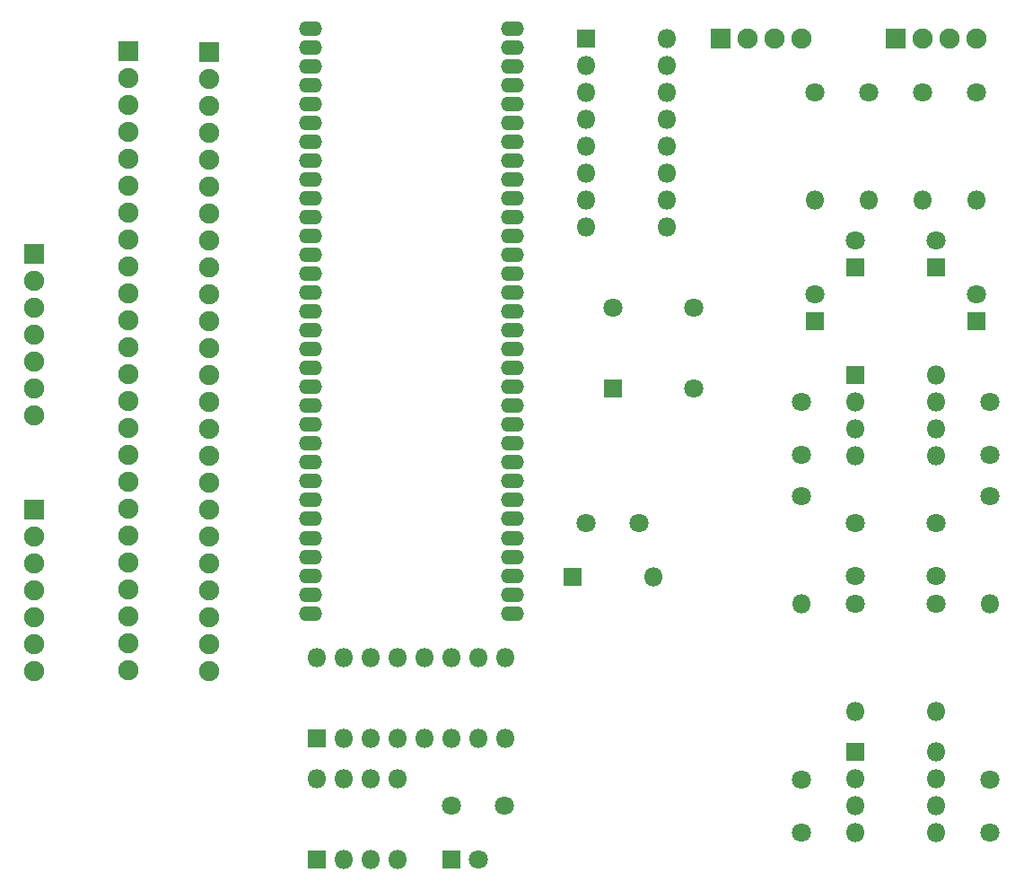
<source format=gbr>
%TF.GenerationSoftware,KiCad,Pcbnew,(5.1.6)-1*%
%TF.CreationDate,2020-10-04T22:05:10+02:00*%
%TF.ProjectId,Nes Sound Expansion,4e657320-536f-4756-9e64-20457870616e,rev?*%
%TF.SameCoordinates,Original*%
%TF.FileFunction,Soldermask,Bot*%
%TF.FilePolarity,Negative*%
%FSLAX46Y46*%
G04 Gerber Fmt 4.6, Leading zero omitted, Abs format (unit mm)*
G04 Created by KiCad (PCBNEW (5.1.6)-1) date 2020-10-04 22:05:10*
%MOMM*%
%LPD*%
G01*
G04 APERTURE LIST*
%ADD10C,1.800000*%
%ADD11R,1.800000X1.800000*%
%ADD12O,1.800000X1.800000*%
%ADD13O,2.200000X1.400000*%
%ADD14O,1.900000X1.900000*%
%ADD15R,1.900000X1.900000*%
G04 APERTURE END LIST*
D10*
%TO.C,C10*%
X179070000Y-66080000D03*
D11*
X179070000Y-68580000D03*
%TD*%
D10*
%TO.C,C13*%
X194310000Y-66080000D03*
D11*
X194310000Y-68580000D03*
%TD*%
D10*
%TO.C,C12*%
X190500000Y-61000000D03*
D11*
X190500000Y-63500000D03*
%TD*%
D10*
%TO.C,C11*%
X182880000Y-61000000D03*
D11*
X182880000Y-63500000D03*
%TD*%
D10*
%TO.C,C2*%
X147280000Y-119380000D03*
D11*
X144780000Y-119380000D03*
%TD*%
D12*
%TO.C,U4*%
X190500000Y-73660000D03*
X182880000Y-81280000D03*
X190500000Y-76200000D03*
X182880000Y-78740000D03*
X190500000Y-78740000D03*
X182880000Y-76200000D03*
X190500000Y-81280000D03*
D11*
X182880000Y-73660000D03*
%TD*%
D12*
%TO.C,U3*%
X190500000Y-109220000D03*
X182880000Y-116840000D03*
X190500000Y-111760000D03*
X182880000Y-114300000D03*
X190500000Y-114300000D03*
X182880000Y-111760000D03*
X190500000Y-116840000D03*
D11*
X182880000Y-109220000D03*
%TD*%
D12*
%TO.C,U2*%
X132080000Y-111760000D03*
X139700000Y-119380000D03*
X134620000Y-111760000D03*
X137160000Y-119380000D03*
X137160000Y-111760000D03*
X134620000Y-119380000D03*
X139700000Y-111760000D03*
D11*
X132080000Y-119380000D03*
%TD*%
D12*
%TO.C,R8*%
X194310000Y-57150000D03*
D10*
X194310000Y-46990000D03*
%TD*%
D12*
%TO.C,R7*%
X189230000Y-57150000D03*
D10*
X189230000Y-46990000D03*
%TD*%
D12*
%TO.C,R6*%
X184150000Y-57150000D03*
D10*
X184150000Y-46990000D03*
%TD*%
D12*
%TO.C,R5*%
X179070000Y-57150000D03*
D10*
X179070000Y-46990000D03*
%TD*%
D12*
%TO.C,R4*%
X195580000Y-95250000D03*
D10*
X195580000Y-85090000D03*
%TD*%
D12*
%TO.C,R3*%
X177800000Y-95250000D03*
D10*
X177800000Y-85090000D03*
%TD*%
D12*
%TO.C,R2*%
X190500000Y-105410000D03*
D10*
X190500000Y-95250000D03*
%TD*%
D12*
%TO.C,R1*%
X182880000Y-105410000D03*
D10*
X182880000Y-95250000D03*
%TD*%
%TO.C,C9*%
X195580000Y-81200000D03*
X195580000Y-76200000D03*
%TD*%
%TO.C,C8*%
X190500000Y-92630000D03*
X190500000Y-87630000D03*
%TD*%
%TO.C,C7*%
X177800000Y-81200000D03*
X177800000Y-76200000D03*
%TD*%
%TO.C,C6*%
X182880000Y-92630000D03*
X182880000Y-87630000D03*
%TD*%
%TO.C,C5*%
X149780000Y-114300000D03*
X144780000Y-114300000D03*
%TD*%
%TO.C,C4*%
X177800000Y-111840000D03*
X177800000Y-116840000D03*
%TD*%
%TO.C,C3*%
X195580000Y-111840000D03*
X195580000Y-116840000D03*
%TD*%
D12*
%TO.C,YM3016*%
X132080000Y-100330000D03*
X149860000Y-107950000D03*
X134620000Y-100330000D03*
X147320000Y-107950000D03*
X137160000Y-100330000D03*
X144780000Y-107950000D03*
X139700000Y-100330000D03*
X142240000Y-107950000D03*
X142240000Y-100330000D03*
X139700000Y-107950000D03*
X144780000Y-100330000D03*
X137160000Y-107950000D03*
X147320000Y-100330000D03*
X134620000Y-107950000D03*
X149860000Y-100330000D03*
D11*
X132080000Y-107950000D03*
%TD*%
D10*
%TO.C,C1*%
X162480000Y-87630000D03*
X157480000Y-87630000D03*
%TD*%
D12*
%TO.C,U1*%
X165100000Y-41910000D03*
X157480000Y-59690000D03*
X165100000Y-44450000D03*
X157480000Y-57150000D03*
X165100000Y-46990000D03*
X157480000Y-54610000D03*
X165100000Y-49530000D03*
X157480000Y-52070000D03*
X165100000Y-52070000D03*
X157480000Y-49530000D03*
X165100000Y-54610000D03*
X157480000Y-46990000D03*
X165100000Y-57150000D03*
X157480000Y-44450000D03*
X165100000Y-59690000D03*
D11*
X157480000Y-41910000D03*
%TD*%
D10*
%TO.C,X1*%
X167640000Y-74930000D03*
X167640000Y-67310000D03*
X160020000Y-67310000D03*
D11*
X160020000Y-74930000D03*
%TD*%
D13*
%TO.C,YM2608*%
X131445000Y-96170000D03*
X150495000Y-96170000D03*
X131445000Y-94390000D03*
X150495000Y-94390000D03*
X131445000Y-92610000D03*
X150495000Y-92610000D03*
X131445000Y-90830000D03*
X150495000Y-90830000D03*
X131445000Y-89050000D03*
X150495000Y-89050000D03*
X131445000Y-87270000D03*
X150495000Y-87270000D03*
X131445000Y-85490000D03*
X150495000Y-85490000D03*
X131445000Y-83710000D03*
X150495000Y-83710000D03*
X131445000Y-81930000D03*
X150495000Y-81930000D03*
X131445000Y-80150000D03*
X150495000Y-80150000D03*
X131445000Y-78370000D03*
X150495000Y-78370000D03*
X131445000Y-76590000D03*
X150495000Y-76590000D03*
X131445000Y-74810000D03*
X150495000Y-74810000D03*
X131445000Y-73030000D03*
X150495000Y-73030000D03*
X131445000Y-71250000D03*
X150495000Y-71250000D03*
X131445000Y-69470000D03*
X150495000Y-69470000D03*
X131445000Y-67690000D03*
X150495000Y-67690000D03*
X131445000Y-65910000D03*
X150495000Y-65910000D03*
X131445000Y-64130000D03*
X150495000Y-64130000D03*
X131445000Y-62350000D03*
X150495000Y-62350000D03*
X131445000Y-60570000D03*
X150495000Y-60570000D03*
X131445000Y-58790000D03*
X150495000Y-58790000D03*
X131445000Y-57010000D03*
X150495000Y-57010000D03*
X131445000Y-55230000D03*
X150495000Y-55230000D03*
X131445000Y-53450000D03*
X150495000Y-53450000D03*
X131445000Y-51670000D03*
X150495000Y-51670000D03*
X131445000Y-49890000D03*
X150495000Y-49890000D03*
X131445000Y-48110000D03*
X150495000Y-48110000D03*
X131445000Y-46330000D03*
X150495000Y-46330000D03*
X131445000Y-44550000D03*
X150495000Y-44550000D03*
X131445000Y-42770000D03*
X150495000Y-42770000D03*
X131445000Y-40990000D03*
X150495000Y-40990000D03*
%TD*%
D14*
%TO.C,J6*%
X194310000Y-41910000D03*
X191770000Y-41910000D03*
X189230000Y-41910000D03*
D15*
X186690000Y-41910000D03*
%TD*%
D14*
%TO.C,J5*%
X177800000Y-41910000D03*
X175260000Y-41910000D03*
X172720000Y-41910000D03*
D15*
X170180000Y-41910000D03*
%TD*%
D14*
%TO.C,J4*%
X121920000Y-101600000D03*
X121920000Y-99060000D03*
X121920000Y-96520000D03*
X121920000Y-93980000D03*
X121920000Y-91440000D03*
X121920000Y-88900000D03*
X121920000Y-86360000D03*
X121920000Y-83820000D03*
X121920000Y-81280000D03*
X121920000Y-78740000D03*
X121920000Y-76200000D03*
X121920000Y-73660000D03*
X121920000Y-71120000D03*
X121920000Y-68580000D03*
X121920000Y-66040000D03*
X121920000Y-63500000D03*
X121920000Y-60960000D03*
X121920000Y-58420000D03*
X121920000Y-55880000D03*
X121920000Y-53340000D03*
X121920000Y-50800000D03*
X121920000Y-48260000D03*
X121920000Y-45720000D03*
D15*
X121920000Y-43180000D03*
%TD*%
D14*
%TO.C,J3*%
X114230000Y-101560000D03*
X114230000Y-99020000D03*
X114230000Y-96480000D03*
X114230000Y-93940000D03*
X114230000Y-91400000D03*
X114230000Y-88860000D03*
X114230000Y-86320000D03*
X114230000Y-83780000D03*
X114230000Y-81240000D03*
X114230000Y-78700000D03*
X114230000Y-76160000D03*
X114230000Y-73620000D03*
X114230000Y-71080000D03*
X114230000Y-68540000D03*
X114230000Y-66000000D03*
X114230000Y-63460000D03*
X114230000Y-60920000D03*
X114230000Y-58380000D03*
X114230000Y-55840000D03*
X114230000Y-53300000D03*
X114230000Y-50760000D03*
X114230000Y-48220000D03*
X114230000Y-45680000D03*
D15*
X114230000Y-43140000D03*
%TD*%
D14*
%TO.C,J2*%
X105410000Y-101600000D03*
X105410000Y-99060000D03*
X105410000Y-96520000D03*
X105410000Y-93980000D03*
X105410000Y-91440000D03*
X105410000Y-88900000D03*
D15*
X105410000Y-86360000D03*
%TD*%
D14*
%TO.C,J1*%
X105410000Y-77470000D03*
X105410000Y-74930000D03*
X105410000Y-72390000D03*
X105410000Y-69850000D03*
X105410000Y-67310000D03*
X105410000Y-64770000D03*
D15*
X105410000Y-62230000D03*
%TD*%
D12*
%TO.C,D1*%
X163830000Y-92710000D03*
D11*
X156210000Y-92710000D03*
%TD*%
M02*

</source>
